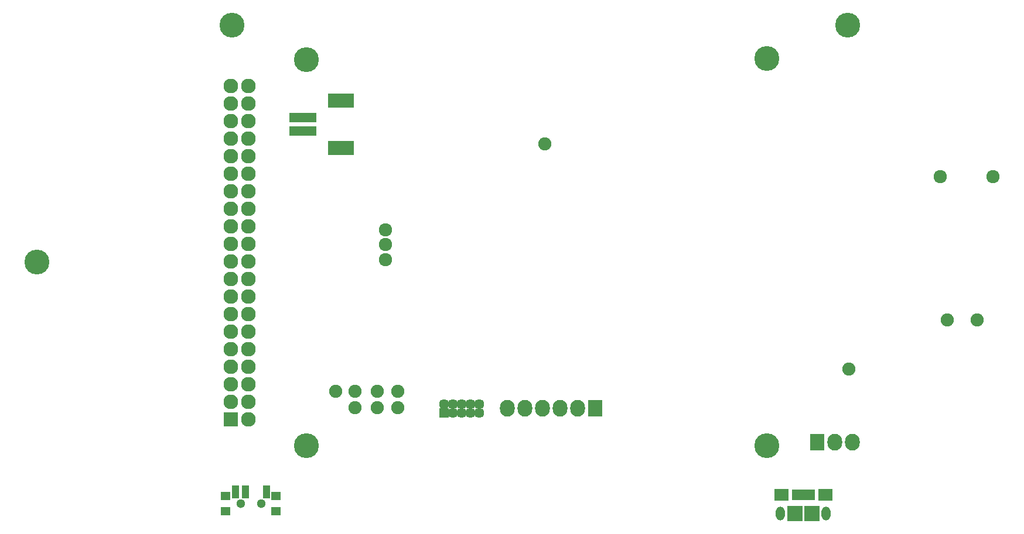
<source format=gbs>
G04 #@! TF.GenerationSoftware,KiCad,Pcbnew,(2016-12-18 revision 3ffa37c)-master*
G04 #@! TF.CreationDate,2017-02-07T21:51:00-08:00*
G04 #@! TF.ProjectId,badge-kicad,62616467652D6B696361642E6B696361,rev?*
G04 #@! TF.FileFunction,Soldermask,Bot*
G04 #@! TF.FilePolarity,Negative*
%FSLAX46Y46*%
G04 Gerber Fmt 4.6, Leading zero omitted, Abs format (unit mm)*
G04 Created by KiCad (PCBNEW (2016-12-18 revision 3ffa37c)-master) date Tuesday, February 07, 2017 'PMt' 09:51:00 PM*
%MOMM*%
%LPD*%
G01*
G04 APERTURE LIST*
%ADD10C,0.150000*%
%ADD11C,3.600000*%
%ADD12R,0.652780X1.602740*%
%ADD13O,1.299160X1.997660*%
%ADD14R,1.997660X1.799540*%
%ADD15R,2.299920X2.299920*%
%ADD16O,0.500006X1.200006*%
%ADD17C,1.900000*%
%ADD18C,1.924000*%
%ADD19R,3.800000X2.000000*%
%ADD20R,3.900000X1.400000*%
%ADD21C,1.450000*%
%ADD22R,1.450000X1.450000*%
%ADD23O,2.127200X2.127200*%
%ADD24R,2.127200X2.127200*%
%ADD25O,2.127200X2.432000*%
%ADD26R,2.127200X2.432000*%
%ADD27R,1.400000X1.200000*%
%ADD28R,1.100000X1.900000*%
%ADD29C,1.300000*%
G04 APERTURE END LIST*
D10*
D11*
X76340000Y-89116000D03*
D12*
X188427940Y-122792000D03*
X187777700Y-122792000D03*
X187130000Y-122792000D03*
X186482300Y-122792000D03*
X185832060Y-122792000D03*
D13*
X190429460Y-125461540D03*
X183830540Y-125461540D03*
D14*
X190327860Y-122792000D03*
X183932140Y-122792000D03*
D15*
X188328880Y-125466620D03*
X185931120Y-125466620D03*
D16*
X190430000Y-125462000D03*
X183830000Y-125462000D03*
D17*
X128530000Y-110162000D03*
X128530000Y-107762000D03*
X125530000Y-110162000D03*
X193688000Y-104610000D03*
X207912000Y-97498000D03*
X212230000Y-97498000D03*
X125530000Y-107762000D03*
X122330000Y-110162000D03*
X149780000Y-72012000D03*
X122330000Y-107762000D03*
X119530000Y-107762000D03*
D18*
X206930000Y-76762000D03*
X214530000Y-76762000D03*
D19*
X120305000Y-72562000D03*
X120305000Y-65762000D03*
D20*
X114755000Y-70162000D03*
X114755000Y-68162000D03*
D21*
X135180000Y-109642000D03*
X140260000Y-109642000D03*
X138990000Y-109642000D03*
X137720000Y-109642000D03*
X136450000Y-109642000D03*
X140260000Y-110912000D03*
X138990000Y-110912000D03*
X137720000Y-110912000D03*
X136450000Y-110912000D03*
D22*
X135180000Y-110912000D03*
D23*
X106940000Y-63640000D03*
X104400000Y-63640000D03*
X106940000Y-66180000D03*
X104400000Y-66180000D03*
X106940000Y-68720000D03*
X104400000Y-68720000D03*
X106940000Y-71260000D03*
X104400000Y-71260000D03*
X106940000Y-73800000D03*
X104400000Y-73800000D03*
X106940000Y-76340000D03*
X104400000Y-76340000D03*
X106940000Y-78880000D03*
X104400000Y-78880000D03*
X106940000Y-81420000D03*
X104400000Y-81420000D03*
X106940000Y-83960000D03*
X104400000Y-83960000D03*
X106940000Y-86500000D03*
X104400000Y-86500000D03*
X106940000Y-89040000D03*
X104400000Y-89040000D03*
X106940000Y-91580000D03*
X104400000Y-91580000D03*
X106940000Y-94120000D03*
X104400000Y-94120000D03*
X106940000Y-96660000D03*
X104400000Y-96660000D03*
X106940000Y-99200000D03*
X104400000Y-99200000D03*
X106940000Y-101740000D03*
X104400000Y-101740000D03*
X106940000Y-104280000D03*
X104400000Y-104280000D03*
X106940000Y-106820000D03*
X104400000Y-106820000D03*
X106940000Y-109360000D03*
X104400000Y-109360000D03*
X106940000Y-111900000D03*
D24*
X104400000Y-111900000D03*
D25*
X144330000Y-110262000D03*
X146870000Y-110262000D03*
X149410000Y-110262000D03*
X151950000Y-110262000D03*
X154490000Y-110262000D03*
D26*
X157030000Y-110262000D03*
D27*
X110930000Y-122987000D03*
X103630000Y-122987000D03*
X103630000Y-125187000D03*
X110930000Y-125187000D03*
D28*
X105030000Y-122337000D03*
X106530000Y-122337000D03*
X109530000Y-122337000D03*
D29*
X105780000Y-124087000D03*
X108780000Y-124087000D03*
D11*
X115330000Y-59762000D03*
X181830000Y-59662000D03*
X115330000Y-115662000D03*
X181830000Y-115662000D03*
X104530000Y-54762000D03*
X193530000Y-54762000D03*
D25*
X194210000Y-115162000D03*
X191670000Y-115162000D03*
D26*
X189130000Y-115162000D03*
D18*
X126730000Y-88712000D03*
X126730000Y-86562000D03*
X126730000Y-84412000D03*
M02*

</source>
